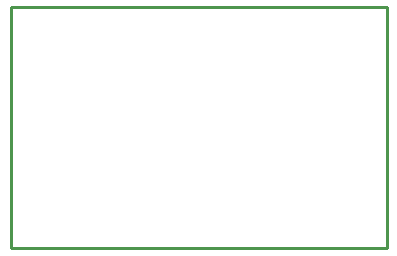
<source format=gko>
G04 Layer: BoardOutlineLayer*
G04 EasyEDA v6.5.21, 2022-10-22 16:28:30*
G04 167bdced229c4b2ca01845534b4d4eab,294cf934c43b457281b0b0dcd80bbfec,10*
G04 Gerber Generator version 0.2*
G04 Scale: 100 percent, Rotated: No, Reflected: No *
G04 Dimensions in millimeters *
G04 leading zeros omitted , absolute positions ,4 integer and 5 decimal *
%FSLAX45Y45*%
%MOMM*%

%ADD10C,0.2540*%
D10*
X-480882Y1219901D02*
G01*
X2668971Y1219901D01*
X2668971Y-819972D01*
X-511108Y-819972D01*
X-511108Y-819972D01*
X-511108Y1219901D01*
X-480882Y1219901D01*

%LPD*%
M02*

</source>
